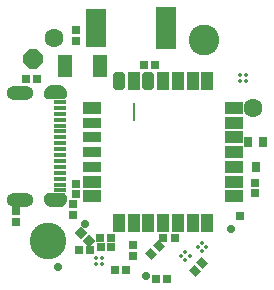
<source format=gbs>
G04 Layer_Color=16711935*
%FSLAX24Y24*%
%MOIN*%
G70*
G01*
G75*
%ADD70R,0.0283X0.0268*%
%ADD72R,0.0268X0.0283*%
%ADD73C,0.0138*%
%ADD74R,0.0283X0.0283*%
%ADD75R,0.0283X0.0283*%
%ADD76R,0.0492X0.0748*%
%ADD83P,0.0401X4X180.0*%
G04:AMPARAMS|DCode=85|XSize=28.3mil|YSize=26.8mil|CornerRadius=0mil|HoleSize=0mil|Usage=FLASHONLY|Rotation=135.000|XOffset=0mil|YOffset=0mil|HoleType=Round|Shape=Rectangle|*
%AMROTATEDRECTD85*
4,1,4,0.0195,-0.0006,0.0006,-0.0195,-0.0195,0.0006,-0.0006,0.0195,0.0195,-0.0006,0.0*
%
%ADD85ROTATEDRECTD85*%

%ADD88R,0.0256X0.0374*%
%ADD97C,0.0630*%
%ADD98C,0.1024*%
%ADD100O,0.0039X0.0639*%
G04:AMPARAMS|DCode=101|XSize=63mil|YSize=63mil|CornerRadius=0mil|HoleSize=0mil|Usage=FLASHONLY|Rotation=45.000|XOffset=0mil|YOffset=0mil|HoleType=Round|Shape=Octagon|*
%AMOCTAGOND101*
4,1,8,0.0334,0.0111,0.0111,0.0334,-0.0111,0.0334,-0.0334,0.0111,-0.0334,-0.0111,-0.0111,-0.0334,0.0111,-0.0334,0.0334,-0.0111,0.0334,0.0111,0.0*
%
%ADD101OCTAGOND101*%

%ADD102C,0.0276*%
%ADD103R,0.0276X0.0276*%
%ADD104O,0.0906X0.0472*%
%ADD105R,0.0709X0.1260*%
%ADD106R,0.0709X0.1417*%
%ADD107R,0.0630X0.0394*%
%ADD108R,0.0630X0.0374*%
%ADD109R,0.0591X0.0394*%
G04:AMPARAMS|DCode=110|XSize=63mil|YSize=39.4mil|CornerRadius=0mil|HoleSize=0mil|Usage=FLASHONLY|Rotation=270.000|XOffset=0mil|YOffset=0mil|HoleType=Round|Shape=Octagon|*
%AMOCTAGOND110*
4,1,8,-0.0098,-0.0315,0.0098,-0.0315,0.0197,-0.0217,0.0197,0.0217,0.0098,0.0315,-0.0098,0.0315,-0.0197,0.0217,-0.0197,-0.0217,-0.0098,-0.0315,0.0*
%
%ADD110OCTAGOND110*%

%ADD111R,0.0394X0.0630*%
%ADD112R,0.0433X0.0157*%
%ADD113C,0.1220*%
G36*
X-2205Y-1578D02*
X-2191Y-1595D01*
X-2179Y-1613D01*
X-2168Y-1631D01*
X-2158Y-1651D01*
X-2151Y-1671D01*
X-2144Y-1692D01*
X-2140Y-1714D01*
X-2137Y-1735D01*
X-2136Y-1757D01*
X-2137Y-1779D01*
X-2139Y-1800D01*
X-2143Y-1822D01*
X-2149Y-1843D01*
X-2156Y-1863D01*
X-2165Y-1883D01*
X-2175Y-1902D01*
X-2187Y-1920D01*
X-2201Y-1938D01*
X-2215Y-1954D01*
X-2231Y-1969D01*
X-2248Y-1982D01*
X-2266Y-1994D01*
X-2285Y-2005D01*
X-2305Y-2014D01*
X-2326Y-2022D01*
X-2347Y-2028D01*
X-2368Y-2032D01*
X-2390Y-2035D01*
X-2411Y-2035D01*
X-2628D01*
X-2650Y-2035D01*
X-2671Y-2032D01*
X-2693Y-2028D01*
X-2714Y-2022D01*
X-2734Y-2014D01*
X-2754Y-2005D01*
X-2773Y-1994D01*
X-2791Y-1982D01*
X-2808Y-1969D01*
X-2824Y-1954D01*
X-2839Y-1938D01*
X-2852Y-1920D01*
X-2864Y-1902D01*
X-2874Y-1883D01*
X-2883Y-1863D01*
X-2891Y-1843D01*
X-2896Y-1822D01*
X-2900Y-1800D01*
X-2903Y-1779D01*
X-2903Y-1757D01*
X-2902Y-1735D01*
X-2899Y-1714D01*
X-2895Y-1692D01*
X-2889Y-1671D01*
X-2881Y-1651D01*
X-2871Y-1631D01*
X-2861Y-1613D01*
X-2848Y-1595D01*
X-2834Y-1578D01*
X-2820Y-1563D01*
X-2219D01*
X-2205Y-1578D01*
D02*
G37*
G36*
X-2390Y2035D02*
X-2368Y2032D01*
X-2347Y2028D01*
X-2326Y2022D01*
X-2305Y2014D01*
X-2285Y2005D01*
X-2266Y1994D01*
X-2248Y1982D01*
X-2231Y1969D01*
X-2215Y1954D01*
X-2201Y1938D01*
X-2187Y1920D01*
X-2175Y1902D01*
X-2165Y1883D01*
X-2156Y1863D01*
X-2149Y1843D01*
X-2143Y1822D01*
X-2139Y1800D01*
X-2137Y1779D01*
X-2136Y1757D01*
X-2137Y1735D01*
X-2140Y1714D01*
X-2144Y1692D01*
X-2151Y1671D01*
X-2158Y1651D01*
X-2168Y1631D01*
X-2179Y1613D01*
X-2191Y1595D01*
X-2205Y1578D01*
X-2219Y1563D01*
X-2820D01*
X-2834Y1578D01*
X-2848Y1595D01*
X-2861Y1613D01*
X-2871Y1631D01*
X-2881Y1651D01*
X-2889Y1671D01*
X-2895Y1692D01*
X-2899Y1714D01*
X-2902Y1735D01*
X-2903Y1757D01*
X-2903Y1779D01*
X-2900Y1800D01*
X-2896Y1822D01*
X-2891Y1843D01*
X-2883Y1863D01*
X-2874Y1883D01*
X-2864Y1902D01*
X-2852Y1920D01*
X-2839Y1938D01*
X-2824Y1954D01*
X-2808Y1969D01*
X-2791Y1982D01*
X-2773Y1994D01*
X-2754Y2005D01*
X-2734Y2014D01*
X-2714Y2022D01*
X-2693Y2028D01*
X-2671Y2032D01*
X-2650Y2035D01*
X-2628Y2035D01*
X-2411D01*
X-2390Y2035D01*
D02*
G37*
D70*
X-1825Y3877D02*
D03*
Y3507D02*
D03*
X-3843Y-2170D02*
D03*
X-3843Y-2540D02*
D03*
D72*
X1447Y-3055D02*
D03*
X1077D02*
D03*
X1209Y-4421D02*
D03*
X839D02*
D03*
X-3125Y2247D02*
D03*
X-3495D02*
D03*
X427Y2705D02*
D03*
X797D02*
D03*
X-1380Y-3476D02*
D03*
X-1750D02*
D03*
D73*
X3622Y2379D02*
D03*
Y2182D02*
D03*
X3819Y2379D02*
D03*
Y2182D02*
D03*
X2501Y-3365D02*
D03*
X2362Y-3226D02*
D03*
Y-3504D02*
D03*
X2223Y-3365D02*
D03*
X1672Y-3661D02*
D03*
X1811Y-3801D02*
D03*
Y-3522D02*
D03*
X1950Y-3661D02*
D03*
X-1161Y-3720D02*
D03*
Y-3917D02*
D03*
X-965Y-3720D02*
D03*
Y-3917D02*
D03*
D74*
X-1947Y-2297D02*
D03*
Y-1942D02*
D03*
X-1850Y-1244D02*
D03*
Y-1599D02*
D03*
X4116Y-1567D02*
D03*
Y-1213D02*
D03*
X61Y-3661D02*
D03*
Y-3307D02*
D03*
D75*
X-1022Y-3070D02*
D03*
X-667D02*
D03*
X-535Y-4139D02*
D03*
X-180D02*
D03*
X-660Y-3358D02*
D03*
X-1015D02*
D03*
D76*
X-2205Y2677D02*
D03*
X-1024D02*
D03*
D83*
X-1417Y-3150D02*
D03*
X-1668Y-2899D02*
D03*
D85*
X2375Y-3885D02*
D03*
X2113Y-4147D02*
D03*
X918Y-3334D02*
D03*
X657Y-3595D02*
D03*
D88*
X4156Y-701D02*
D03*
X4411Y126D02*
D03*
X3900D02*
D03*
D97*
X4055Y1280D02*
D03*
X-2561Y3620D02*
D03*
D98*
X2441Y3543D02*
D03*
D100*
X79Y1142D02*
D03*
D101*
X-3268Y2913D02*
D03*
D102*
X3329Y-2756D02*
D03*
X491Y-4326D02*
D03*
X-2429Y-4016D02*
D03*
X-1535Y-2581D02*
D03*
D103*
X3644Y-2323D02*
D03*
D104*
X-3701Y1780D02*
D03*
Y-1780D02*
D03*
D105*
X-1161Y3937D02*
D03*
D106*
X1161D02*
D03*
D107*
X-1299Y-1673D02*
D03*
Y-1181D02*
D03*
X3425Y1280D02*
D03*
Y787D02*
D03*
Y295D02*
D03*
X3425Y-197D02*
D03*
X3425Y-689D02*
D03*
Y-1181D02*
D03*
Y-1673D02*
D03*
D108*
X-1299Y-689D02*
D03*
X-1299Y-197D02*
D03*
X-1299Y295D02*
D03*
Y787D02*
D03*
D109*
X-1299Y1280D02*
D03*
D110*
X-413Y2165D02*
D03*
X571D02*
D03*
D111*
X79D02*
D03*
X1063Y2165D02*
D03*
X1555Y2165D02*
D03*
X2047D02*
D03*
X2539D02*
D03*
X2539Y-2559D02*
D03*
X2047Y-2559D02*
D03*
X1555D02*
D03*
X1063Y-2559D02*
D03*
X571D02*
D03*
X79D02*
D03*
X-413D02*
D03*
D112*
X-2362Y295D02*
D03*
Y492D02*
D03*
Y689D02*
D03*
Y886D02*
D03*
Y1083D02*
D03*
Y1280D02*
D03*
Y1476D02*
D03*
Y-689D02*
D03*
Y-1476D02*
D03*
Y-1280D02*
D03*
Y-1083D02*
D03*
Y-886D02*
D03*
Y-492D02*
D03*
Y-295D02*
D03*
Y-98D02*
D03*
Y98D02*
D03*
D113*
X-2756Y-3150D02*
D03*
M02*

</source>
